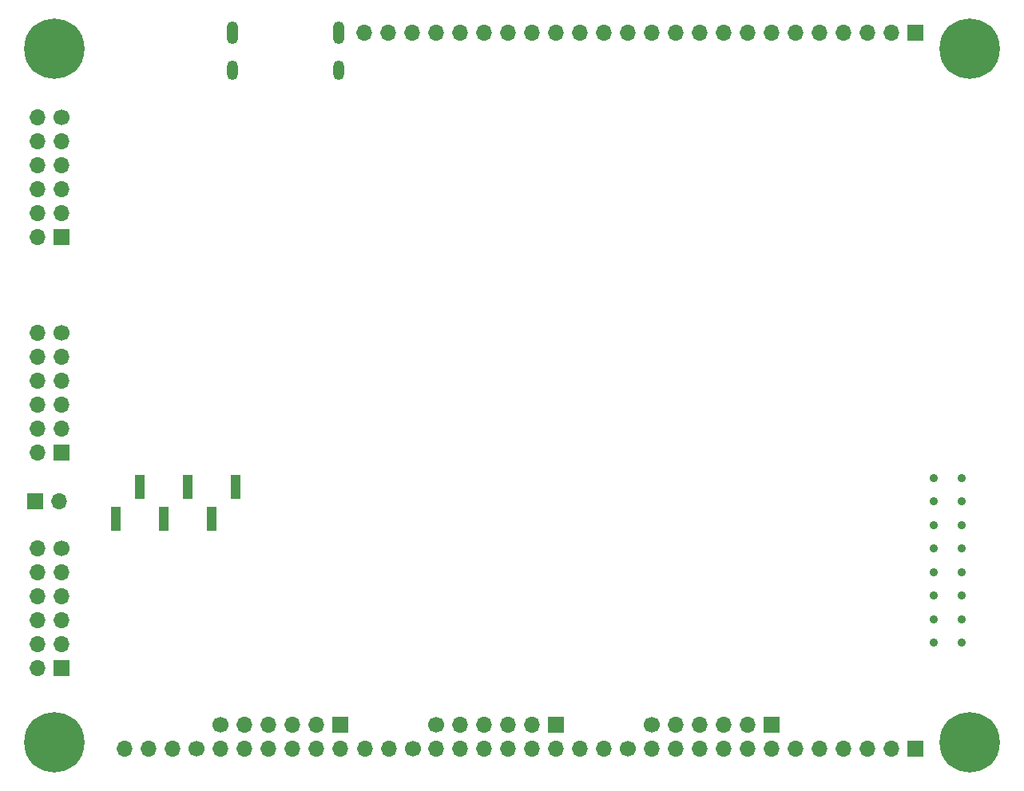
<source format=gbr>
G04 #@! TF.GenerationSoftware,KiCad,Pcbnew,7.0.9-7.0.9~ubuntu22.04.1*
G04 #@! TF.CreationDate,2023-12-15T15:20:45-05:00*
G04 #@! TF.ProjectId,tinytapeout-demo,74696e79-7461-4706-956f-75742d64656d,0.9.4*
G04 #@! TF.SameCoordinates,PX35e1f20PY8044ea0*
G04 #@! TF.FileFunction,Soldermask,Bot*
G04 #@! TF.FilePolarity,Negative*
%FSLAX46Y46*%
G04 Gerber Fmt 4.6, Leading zero omitted, Abs format (unit mm)*
G04 Created by KiCad (PCBNEW 7.0.9-7.0.9~ubuntu22.04.1) date 2023-12-15 15:20:45*
%MOMM*%
%LPD*%
G01*
G04 APERTURE LIST*
%ADD10C,0.900000*%
%ADD11C,6.400000*%
%ADD12O,1.250000X2.400000*%
%ADD13O,1.180000X2.080000*%
%ADD14R,1.700000X1.700000*%
%ADD15O,1.700000X1.700000*%
%ADD16C,1.700000*%
%ADD17R,1.000000X2.510000*%
G04 APERTURE END LIST*
D10*
G04 #@! TO.C,JP7*
X99900000Y16780000D03*
X96900000Y16780000D03*
G04 #@! TD*
G04 #@! TO.C,JP1*
X99900000Y31780000D03*
X96900000Y31780000D03*
G04 #@! TD*
D11*
G04 #@! TO.C,MT3*
X3750000Y77250000D03*
G04 #@! TD*
D12*
G04 #@! TO.C,J15*
X33870000Y79000000D03*
D13*
X22630000Y75000000D03*
X33870000Y75000000D03*
D12*
X22630000Y79000000D03*
G04 #@! TD*
D14*
G04 #@! TO.C,J13*
X4500000Y34440000D03*
D15*
X4500000Y36980000D03*
X4500000Y39520000D03*
X4500000Y42060000D03*
X4500000Y44600000D03*
D16*
X4500000Y47140000D03*
D15*
X1960000Y34440000D03*
X1960000Y36980000D03*
X1960000Y39520000D03*
X1960000Y42060000D03*
X1960000Y44600000D03*
X1960000Y47140000D03*
G04 #@! TD*
D16*
G04 #@! TO.C,J2*
X18810000Y3000000D03*
D15*
X16270000Y3000000D03*
X13730000Y3000000D03*
X11190000Y3000000D03*
G04 #@! TD*
D10*
G04 #@! TO.C,JP3*
X99900000Y26780000D03*
X96900000Y26780000D03*
G04 #@! TD*
G04 #@! TO.C,JP8*
X99900000Y14280000D03*
X96900000Y14280000D03*
G04 #@! TD*
D16*
G04 #@! TO.C,J8*
X64545000Y3000000D03*
D15*
X62005000Y3000000D03*
X59465000Y3000000D03*
G04 #@! TD*
D14*
G04 #@! TO.C,J12*
X4500000Y11580000D03*
D15*
X4500000Y14120000D03*
X4500000Y16660000D03*
X4500000Y19200000D03*
X4500000Y21740000D03*
D16*
X4500000Y24280000D03*
D15*
X1960000Y11580000D03*
X1960000Y14120000D03*
X1960000Y16660000D03*
X1960000Y19200000D03*
X1960000Y21740000D03*
X1960000Y24280000D03*
G04 #@! TD*
D14*
G04 #@! TO.C,J3*
X34045000Y5545000D03*
D15*
X31505000Y5545000D03*
X28965000Y5545000D03*
X26425000Y5545000D03*
X23885000Y5545000D03*
D16*
X21345000Y5545000D03*
D15*
X34045000Y3005000D03*
X31505000Y3005000D03*
X28965000Y3005000D03*
X26425000Y3005000D03*
X23885000Y3005000D03*
X21345000Y3005000D03*
G04 #@! TD*
D11*
G04 #@! TO.C,MT4*
X100750000Y77250000D03*
G04 #@! TD*
G04 #@! TO.C,MT2*
X100750000Y3750000D03*
G04 #@! TD*
D14*
G04 #@! TO.C,J5*
X56905000Y5545000D03*
D15*
X54365000Y5545000D03*
X51825000Y5545000D03*
X49285000Y5545000D03*
X46745000Y5545000D03*
D16*
X44205000Y5545000D03*
D15*
X56905000Y3005000D03*
X54365000Y3005000D03*
X51825000Y3005000D03*
X49285000Y3005000D03*
X46745000Y3005000D03*
X44205000Y3005000D03*
G04 #@! TD*
D10*
G04 #@! TO.C,JP2*
X99900000Y29280000D03*
X96900000Y29280000D03*
G04 #@! TD*
D14*
G04 #@! TO.C,J10*
X1690000Y29260000D03*
D15*
X4230000Y29260000D03*
G04 #@! TD*
D16*
G04 #@! TO.C,J17*
X41700000Y3000000D03*
D15*
X39160000Y3000000D03*
X36620000Y3000000D03*
G04 #@! TD*
D14*
G04 #@! TO.C,J9*
X95000000Y79000000D03*
D15*
X92460000Y79000000D03*
X89920000Y79000000D03*
X87380000Y79000000D03*
X84840000Y79000000D03*
X82300000Y79000000D03*
X79760000Y79000000D03*
X77220000Y79000000D03*
X74680000Y79000000D03*
X72140000Y79000000D03*
X69600000Y79000000D03*
X67060000Y79000000D03*
X64520000Y79000000D03*
X61980000Y79000000D03*
X59440000Y79000000D03*
X56900000Y79000000D03*
X54360000Y79000000D03*
X51820000Y79000000D03*
X49280000Y79000000D03*
X46740000Y79000000D03*
X44200000Y79000000D03*
X41660000Y79000000D03*
X39120000Y79000000D03*
X36580000Y79000000D03*
G04 #@! TD*
D10*
G04 #@! TO.C,JP5*
X99900000Y21780000D03*
X96900000Y21780000D03*
G04 #@! TD*
D14*
G04 #@! TO.C,J14*
X4500000Y57300000D03*
D15*
X4500000Y59840000D03*
X4500000Y62380000D03*
X4500000Y64920000D03*
X4500000Y67460000D03*
D16*
X4500000Y70000000D03*
D15*
X1960000Y57300000D03*
X1960000Y59840000D03*
X1960000Y62380000D03*
X1960000Y64920000D03*
X1960000Y67460000D03*
X1960000Y70000000D03*
G04 #@! TD*
D10*
G04 #@! TO.C,JP6*
X99900000Y19280000D03*
X96900000Y19280000D03*
G04 #@! TD*
D14*
G04 #@! TO.C,J1*
X95000000Y3000000D03*
D15*
X92460000Y3000000D03*
X89920000Y3000000D03*
X87380000Y3000000D03*
X84840000Y3000000D03*
X82300000Y3000000D03*
G04 #@! TD*
D14*
G04 #@! TO.C,J6*
X79765000Y5545000D03*
D15*
X77225000Y5545000D03*
X74685000Y5545000D03*
X72145000Y5545000D03*
X69605000Y5545000D03*
D16*
X67065000Y5545000D03*
D15*
X79765000Y3005000D03*
X77225000Y3005000D03*
X74685000Y3005000D03*
X72145000Y3005000D03*
X69605000Y3005000D03*
X67065000Y3005000D03*
G04 #@! TD*
D10*
G04 #@! TO.C,JP4*
X99900000Y24280000D03*
X96900000Y24280000D03*
G04 #@! TD*
D11*
G04 #@! TO.C,MT1*
X3750000Y3750000D03*
G04 #@! TD*
D17*
G04 #@! TO.C,J11*
X22950000Y30775000D03*
X20410000Y27465000D03*
X17870000Y30775000D03*
X15330000Y27465000D03*
X12790000Y30775000D03*
X10250000Y27465000D03*
G04 #@! TD*
M02*

</source>
